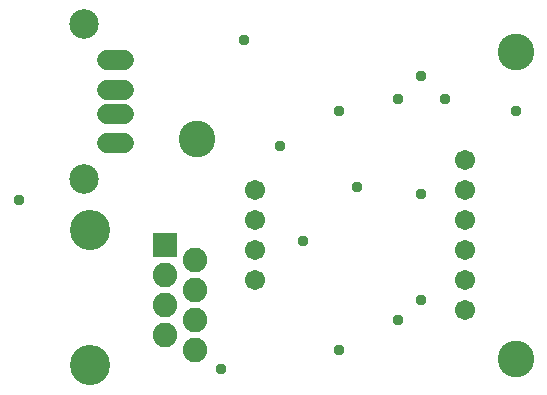
<source format=gbr>
G04 EAGLE Gerber RS-274X export*
G75*
%MOMM*%
%FSLAX34Y34*%
%LPD*%
%INSoldermask Bottom*%
%IPPOS*%
%AMOC8*
5,1,8,0,0,1.08239X$1,22.5*%
G01*
%ADD10C,3.103200*%
%ADD11C,2.082800*%
%ADD12R,2.082800X2.082800*%
%ADD13C,3.403200*%
%ADD14C,1.711200*%
%ADD15C,1.661200*%
%ADD16C,2.503200*%
%ADD17C,0.959600*%


D10*
X200000Y216000D03*
X470000Y290000D03*
X470000Y30000D03*
D11*
X198360Y37250D03*
X172960Y49950D03*
X198360Y62650D03*
X198360Y88050D03*
X198360Y113450D03*
X172960Y75350D03*
X172960Y100750D03*
D12*
X172960Y126150D03*
D13*
X109460Y138850D03*
X109460Y24550D03*
D14*
X248800Y97300D03*
X248800Y122700D03*
X248800Y148100D03*
X248800Y173500D03*
X426600Y71900D03*
X426600Y97300D03*
X426600Y122700D03*
X426600Y148100D03*
X426600Y173500D03*
X426600Y198900D03*
D15*
X138370Y257780D02*
X123790Y257780D01*
X123790Y237780D02*
X138370Y237780D01*
X138370Y282780D02*
X123790Y282780D01*
X123790Y212780D02*
X138370Y212780D01*
D16*
X103980Y313480D03*
X103980Y182080D03*
D17*
X370000Y62650D03*
X370000Y250000D03*
X49000Y165000D03*
X290000Y130000D03*
X270000Y210000D03*
X470000Y240000D03*
X240000Y300000D03*
X220000Y21430D03*
X335000Y176000D03*
X390000Y80000D03*
X390000Y170000D03*
X390000Y270000D03*
X410000Y250000D03*
X320000Y240000D03*
X320000Y37250D03*
M02*

</source>
